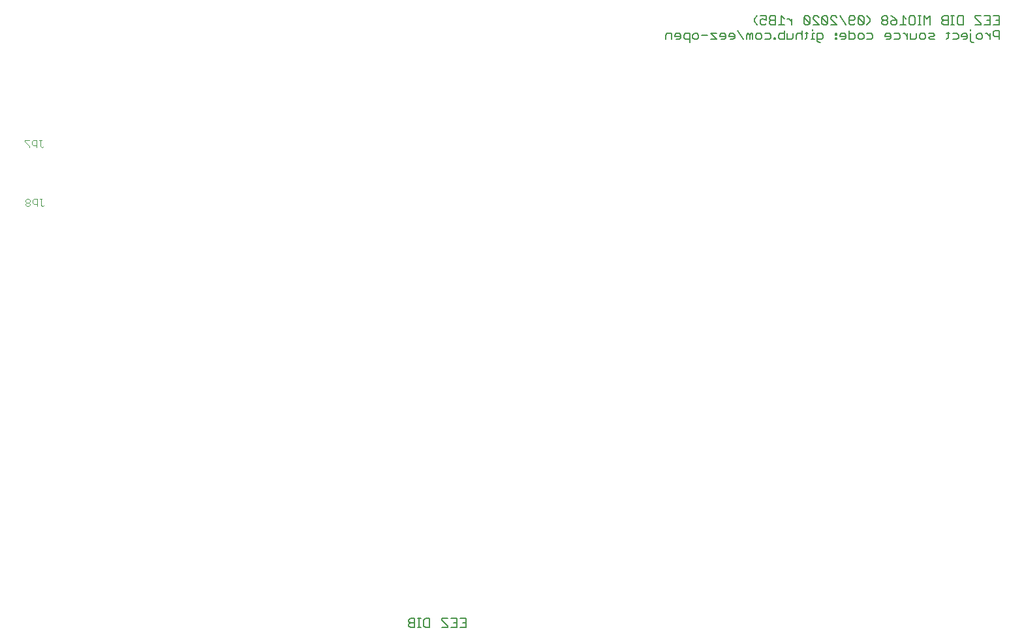
<source format=gbo>
G75*
%MOIN*%
%OFA0B0*%
%FSLAX25Y25*%
%IPPOS*%
%LPD*%
%AMOC8*
5,1,8,0,0,1.08239X$1,22.5*
%
%ADD10C,0.00500*%
%ADD11C,0.00400*%
D10*
X0359846Y0120520D02*
X0360597Y0119770D01*
X0362849Y0119770D01*
X0362849Y0124274D01*
X0360597Y0124274D01*
X0359846Y0123523D01*
X0359846Y0122772D01*
X0360597Y0122022D01*
X0362849Y0122022D01*
X0360597Y0122022D02*
X0359846Y0121271D01*
X0359846Y0120520D01*
X0364417Y0119770D02*
X0365918Y0119770D01*
X0365167Y0119770D02*
X0365167Y0124274D01*
X0364417Y0124274D02*
X0365918Y0124274D01*
X0367519Y0123523D02*
X0368270Y0124274D01*
X0370522Y0124274D01*
X0370522Y0119770D01*
X0368270Y0119770D01*
X0367519Y0120520D01*
X0367519Y0123523D01*
X0376727Y0123523D02*
X0379730Y0120520D01*
X0379730Y0119770D01*
X0376727Y0119770D01*
X0376727Y0123523D02*
X0376727Y0124274D01*
X0379730Y0124274D01*
X0381331Y0124274D02*
X0384334Y0124274D01*
X0384334Y0119770D01*
X0381331Y0119770D01*
X0382832Y0122022D02*
X0384334Y0122022D01*
X0385935Y0124274D02*
X0388938Y0124274D01*
X0388938Y0119770D01*
X0385935Y0119770D01*
X0387436Y0122022D02*
X0388938Y0122022D01*
X0491043Y0420254D02*
X0491043Y0422506D01*
X0491794Y0423256D01*
X0494046Y0423256D01*
X0494046Y0420254D01*
X0495647Y0421755D02*
X0498650Y0421755D01*
X0498650Y0421005D02*
X0498650Y0422506D01*
X0497899Y0423256D01*
X0496398Y0423256D01*
X0495647Y0422506D01*
X0495647Y0421755D01*
X0496398Y0420254D02*
X0497899Y0420254D01*
X0498650Y0421005D01*
X0500251Y0421005D02*
X0501002Y0420254D01*
X0503253Y0420254D01*
X0503253Y0418753D02*
X0503253Y0423256D01*
X0501002Y0423256D01*
X0500251Y0422506D01*
X0500251Y0421005D01*
X0504855Y0421005D02*
X0504855Y0422506D01*
X0505605Y0423256D01*
X0507107Y0423256D01*
X0507857Y0422506D01*
X0507857Y0421005D01*
X0507107Y0420254D01*
X0505605Y0420254D01*
X0504855Y0421005D01*
X0509459Y0422506D02*
X0512461Y0422506D01*
X0514063Y0423256D02*
X0517065Y0420254D01*
X0514063Y0420254D01*
X0514063Y0423256D02*
X0517065Y0423256D01*
X0518667Y0422506D02*
X0518667Y0421755D01*
X0521669Y0421755D01*
X0521669Y0421005D02*
X0521669Y0422506D01*
X0520919Y0423256D01*
X0519417Y0423256D01*
X0518667Y0422506D01*
X0519417Y0420254D02*
X0520919Y0420254D01*
X0521669Y0421005D01*
X0523271Y0421755D02*
X0526273Y0421755D01*
X0526273Y0421005D02*
X0526273Y0422506D01*
X0525522Y0423256D01*
X0524021Y0423256D01*
X0523271Y0422506D01*
X0523271Y0421755D01*
X0524021Y0420254D02*
X0525522Y0420254D01*
X0526273Y0421005D01*
X0527874Y0424758D02*
X0530877Y0420254D01*
X0532478Y0420254D02*
X0532478Y0422506D01*
X0533229Y0423256D01*
X0533980Y0422506D01*
X0533980Y0420254D01*
X0535481Y0420254D02*
X0535481Y0423256D01*
X0534730Y0423256D01*
X0533980Y0422506D01*
X0537082Y0422506D02*
X0537833Y0423256D01*
X0539334Y0423256D01*
X0540085Y0422506D01*
X0540085Y0421005D01*
X0539334Y0420254D01*
X0537833Y0420254D01*
X0537082Y0421005D01*
X0537082Y0422506D01*
X0541686Y0423256D02*
X0543938Y0423256D01*
X0544689Y0422506D01*
X0544689Y0421005D01*
X0543938Y0420254D01*
X0541686Y0420254D01*
X0546240Y0420254D02*
X0546991Y0420254D01*
X0546991Y0421005D01*
X0546240Y0421005D01*
X0546240Y0420254D01*
X0548592Y0421005D02*
X0548592Y0422506D01*
X0549343Y0423256D01*
X0551595Y0423256D01*
X0551595Y0424758D02*
X0551595Y0420254D01*
X0549343Y0420254D01*
X0548592Y0421005D01*
X0553196Y0420254D02*
X0553196Y0423256D01*
X0553196Y0420254D02*
X0555448Y0420254D01*
X0556199Y0421005D01*
X0556199Y0423256D01*
X0557800Y0422506D02*
X0557800Y0420254D01*
X0557800Y0422506D02*
X0558551Y0423256D01*
X0560052Y0423256D01*
X0560803Y0422506D01*
X0562371Y0423256D02*
X0563872Y0423256D01*
X0563121Y0424007D02*
X0563121Y0421005D01*
X0562371Y0420254D01*
X0560803Y0420254D02*
X0560803Y0424758D01*
X0562387Y0427754D02*
X0563888Y0427754D01*
X0564639Y0428505D01*
X0561637Y0431507D01*
X0561637Y0428505D01*
X0562387Y0427754D01*
X0564639Y0428505D02*
X0564639Y0431507D01*
X0563888Y0432258D01*
X0562387Y0432258D01*
X0561637Y0431507D01*
X0566240Y0431507D02*
X0566240Y0430756D01*
X0569243Y0427754D01*
X0566240Y0427754D01*
X0566190Y0425508D02*
X0566190Y0424758D01*
X0566190Y0423256D02*
X0566190Y0420254D01*
X0565440Y0420254D02*
X0566941Y0420254D01*
X0568542Y0420254D02*
X0570794Y0420254D01*
X0571545Y0421005D01*
X0571545Y0422506D01*
X0570794Y0423256D01*
X0568542Y0423256D01*
X0568542Y0419503D01*
X0569293Y0418753D01*
X0570044Y0418753D01*
X0566941Y0423256D02*
X0566190Y0423256D01*
X0570844Y0428505D02*
X0571595Y0427754D01*
X0573096Y0427754D01*
X0573847Y0428505D01*
X0570844Y0431507D01*
X0570844Y0428505D01*
X0570844Y0431507D02*
X0571595Y0432258D01*
X0573096Y0432258D01*
X0573847Y0431507D01*
X0573847Y0428505D01*
X0575448Y0427754D02*
X0578451Y0427754D01*
X0575448Y0430756D01*
X0575448Y0431507D01*
X0576199Y0432258D01*
X0577700Y0432258D01*
X0578451Y0431507D01*
X0580052Y0432258D02*
X0583055Y0427754D01*
X0584656Y0428505D02*
X0584656Y0431507D01*
X0585407Y0432258D01*
X0586908Y0432258D01*
X0587659Y0431507D01*
X0587659Y0430756D01*
X0586908Y0430006D01*
X0584656Y0430006D01*
X0584656Y0428505D02*
X0585407Y0427754D01*
X0586908Y0427754D01*
X0587659Y0428505D01*
X0589260Y0428505D02*
X0590011Y0427754D01*
X0591512Y0427754D01*
X0592263Y0428505D01*
X0589260Y0431507D01*
X0589260Y0428505D01*
X0589260Y0431507D02*
X0590011Y0432258D01*
X0591512Y0432258D01*
X0592263Y0431507D01*
X0592263Y0428505D01*
X0593831Y0427754D02*
X0595332Y0429255D01*
X0595332Y0430756D01*
X0593831Y0432258D01*
X0601537Y0431507D02*
X0601537Y0430756D01*
X0602288Y0430006D01*
X0603789Y0430006D01*
X0604540Y0430756D01*
X0604540Y0431507D01*
X0603789Y0432258D01*
X0602288Y0432258D01*
X0601537Y0431507D01*
X0602288Y0430006D02*
X0601537Y0429255D01*
X0601537Y0428505D01*
X0602288Y0427754D01*
X0603789Y0427754D01*
X0604540Y0428505D01*
X0604540Y0429255D01*
X0603789Y0430006D01*
X0606141Y0429255D02*
X0606892Y0430006D01*
X0609144Y0430006D01*
X0609144Y0428505D01*
X0608393Y0427754D01*
X0606892Y0427754D01*
X0606141Y0428505D01*
X0606141Y0429255D01*
X0607642Y0431507D02*
X0606141Y0432258D01*
X0607642Y0431507D02*
X0609144Y0430006D01*
X0610745Y0427754D02*
X0613748Y0427754D01*
X0612246Y0427754D02*
X0612246Y0432258D01*
X0613748Y0430756D01*
X0615349Y0431507D02*
X0616100Y0432258D01*
X0617601Y0432258D01*
X0618352Y0431507D01*
X0618352Y0428505D01*
X0617601Y0427754D01*
X0616100Y0427754D01*
X0615349Y0428505D01*
X0615349Y0431507D01*
X0619920Y0432258D02*
X0621421Y0432258D01*
X0620670Y0432258D02*
X0620670Y0427754D01*
X0619920Y0427754D02*
X0621421Y0427754D01*
X0623022Y0427754D02*
X0623022Y0432258D01*
X0624523Y0430756D01*
X0626025Y0432258D01*
X0626025Y0427754D01*
X0625324Y0423256D02*
X0627576Y0423256D01*
X0628327Y0422506D01*
X0627576Y0421755D01*
X0626075Y0421755D01*
X0625324Y0421005D01*
X0626075Y0420254D01*
X0628327Y0420254D01*
X0623723Y0421005D02*
X0623723Y0422506D01*
X0622972Y0423256D01*
X0621471Y0423256D01*
X0620720Y0422506D01*
X0620720Y0421005D01*
X0621471Y0420254D01*
X0622972Y0420254D01*
X0623723Y0421005D01*
X0619119Y0421005D02*
X0619119Y0423256D01*
X0619119Y0421005D02*
X0618368Y0420254D01*
X0616116Y0420254D01*
X0616116Y0423256D01*
X0614515Y0423256D02*
X0614515Y0420254D01*
X0614515Y0421755D02*
X0613014Y0423256D01*
X0612263Y0423256D01*
X0610678Y0422506D02*
X0610678Y0421005D01*
X0609928Y0420254D01*
X0607676Y0420254D01*
X0606074Y0421005D02*
X0606074Y0422506D01*
X0605324Y0423256D01*
X0603823Y0423256D01*
X0603072Y0422506D01*
X0603072Y0421755D01*
X0606074Y0421755D01*
X0606074Y0421005D02*
X0605324Y0420254D01*
X0603823Y0420254D01*
X0607676Y0423256D02*
X0609928Y0423256D01*
X0610678Y0422506D01*
X0596867Y0422506D02*
X0596867Y0421005D01*
X0596116Y0420254D01*
X0593864Y0420254D01*
X0592263Y0421005D02*
X0592263Y0422506D01*
X0591512Y0423256D01*
X0590011Y0423256D01*
X0589260Y0422506D01*
X0589260Y0421005D01*
X0590011Y0420254D01*
X0591512Y0420254D01*
X0592263Y0421005D01*
X0593864Y0423256D02*
X0596116Y0423256D01*
X0596867Y0422506D01*
X0587659Y0422506D02*
X0587659Y0421005D01*
X0586908Y0420254D01*
X0584656Y0420254D01*
X0584656Y0424758D01*
X0584656Y0423256D02*
X0586908Y0423256D01*
X0587659Y0422506D01*
X0583055Y0422506D02*
X0583055Y0421005D01*
X0582304Y0420254D01*
X0580803Y0420254D01*
X0580052Y0421755D02*
X0583055Y0421755D01*
X0583055Y0422506D02*
X0582304Y0423256D01*
X0580803Y0423256D01*
X0580052Y0422506D01*
X0580052Y0421755D01*
X0578451Y0421005D02*
X0578451Y0420254D01*
X0577700Y0420254D01*
X0577700Y0421005D01*
X0578451Y0421005D01*
X0578451Y0422506D02*
X0578451Y0423256D01*
X0577700Y0423256D01*
X0577700Y0422506D01*
X0578451Y0422506D01*
X0569243Y0431507D02*
X0568492Y0432258D01*
X0566991Y0432258D01*
X0566240Y0431507D01*
X0555431Y0430756D02*
X0555431Y0427754D01*
X0555431Y0429255D02*
X0553930Y0430756D01*
X0553179Y0430756D01*
X0551595Y0430756D02*
X0550093Y0432258D01*
X0550093Y0427754D01*
X0548592Y0427754D02*
X0551595Y0427754D01*
X0546991Y0427754D02*
X0546991Y0432258D01*
X0544739Y0432258D01*
X0543988Y0431507D01*
X0543988Y0430756D01*
X0544739Y0430006D01*
X0546991Y0430006D01*
X0546991Y0427754D02*
X0544739Y0427754D01*
X0543988Y0428505D01*
X0543988Y0429255D01*
X0544739Y0430006D01*
X0542387Y0430006D02*
X0542387Y0432258D01*
X0539384Y0432258D01*
X0537783Y0432258D02*
X0536282Y0430756D01*
X0536282Y0429255D01*
X0537783Y0427754D01*
X0539384Y0428505D02*
X0540135Y0427754D01*
X0541636Y0427754D01*
X0542387Y0428505D01*
X0542387Y0430006D02*
X0540886Y0430756D01*
X0540135Y0430756D01*
X0539384Y0430006D01*
X0539384Y0428505D01*
X0632230Y0428505D02*
X0632981Y0427754D01*
X0635233Y0427754D01*
X0635233Y0432258D01*
X0632981Y0432258D01*
X0632230Y0431507D01*
X0632230Y0430756D01*
X0632981Y0430006D01*
X0635233Y0430006D01*
X0632981Y0430006D02*
X0632230Y0429255D01*
X0632230Y0428505D01*
X0636801Y0427754D02*
X0638302Y0427754D01*
X0637551Y0427754D02*
X0637551Y0432258D01*
X0636801Y0432258D02*
X0638302Y0432258D01*
X0639903Y0431507D02*
X0640654Y0432258D01*
X0642906Y0432258D01*
X0642906Y0427754D01*
X0640654Y0427754D01*
X0639903Y0428505D01*
X0639903Y0431507D01*
X0649111Y0431507D02*
X0652114Y0428505D01*
X0652114Y0427754D01*
X0649111Y0427754D01*
X0646776Y0425508D02*
X0646776Y0424758D01*
X0646776Y0423256D02*
X0646776Y0419503D01*
X0647526Y0418753D01*
X0648277Y0418753D01*
X0649878Y0421005D02*
X0649878Y0422506D01*
X0650629Y0423256D01*
X0652130Y0423256D01*
X0652881Y0422506D01*
X0652881Y0421005D01*
X0652130Y0420254D01*
X0650629Y0420254D01*
X0649878Y0421005D01*
X0645208Y0421005D02*
X0645208Y0422506D01*
X0644457Y0423256D01*
X0642956Y0423256D01*
X0642205Y0422506D01*
X0642205Y0421755D01*
X0645208Y0421755D01*
X0645208Y0421005D02*
X0644457Y0420254D01*
X0642956Y0420254D01*
X0640604Y0421005D02*
X0640604Y0422506D01*
X0639853Y0423256D01*
X0637601Y0423256D01*
X0636000Y0423256D02*
X0634499Y0423256D01*
X0635249Y0424007D02*
X0635249Y0421005D01*
X0634499Y0420254D01*
X0637601Y0420254D02*
X0639853Y0420254D01*
X0640604Y0421005D01*
X0654466Y0423256D02*
X0655216Y0423256D01*
X0656718Y0421755D01*
X0656718Y0420254D02*
X0656718Y0423256D01*
X0658319Y0422506D02*
X0659070Y0421755D01*
X0661322Y0421755D01*
X0661322Y0420254D02*
X0661322Y0424758D01*
X0659070Y0424758D01*
X0658319Y0424007D01*
X0658319Y0422506D01*
X0658319Y0427754D02*
X0661322Y0427754D01*
X0661322Y0432258D01*
X0658319Y0432258D01*
X0656718Y0432258D02*
X0656718Y0427754D01*
X0653715Y0427754D01*
X0655216Y0430006D02*
X0656718Y0430006D01*
X0656718Y0432258D02*
X0653715Y0432258D01*
X0652114Y0432258D02*
X0649111Y0432258D01*
X0649111Y0431507D01*
X0659820Y0430006D02*
X0661322Y0430006D01*
D11*
X0173488Y0365570D02*
X0172887Y0364970D01*
X0172287Y0364970D01*
X0171686Y0365570D01*
X0171686Y0368573D01*
X0171086Y0368573D02*
X0172287Y0368573D01*
X0169805Y0368573D02*
X0168003Y0368573D01*
X0167402Y0367972D01*
X0167402Y0366771D01*
X0168003Y0366171D01*
X0169805Y0366171D01*
X0169805Y0364970D02*
X0169805Y0368573D01*
X0166121Y0368573D02*
X0163719Y0368573D01*
X0163719Y0367972D01*
X0166121Y0365570D01*
X0166121Y0364970D01*
X0165771Y0338573D02*
X0164570Y0338573D01*
X0163969Y0337972D01*
X0163969Y0337372D01*
X0164570Y0336771D01*
X0165771Y0336771D01*
X0166371Y0337372D01*
X0166371Y0337972D01*
X0165771Y0338573D01*
X0165771Y0336771D02*
X0166371Y0336171D01*
X0166371Y0335570D01*
X0165771Y0334970D01*
X0164570Y0334970D01*
X0163969Y0335570D01*
X0163969Y0336171D01*
X0164570Y0336771D01*
X0167652Y0336771D02*
X0168253Y0336171D01*
X0170055Y0336171D01*
X0170055Y0334970D02*
X0170055Y0338573D01*
X0168253Y0338573D01*
X0167652Y0337972D01*
X0167652Y0336771D01*
X0171336Y0338573D02*
X0172537Y0338573D01*
X0171936Y0338573D02*
X0171936Y0335570D01*
X0172537Y0334970D01*
X0173137Y0334970D01*
X0173738Y0335570D01*
M02*

</source>
